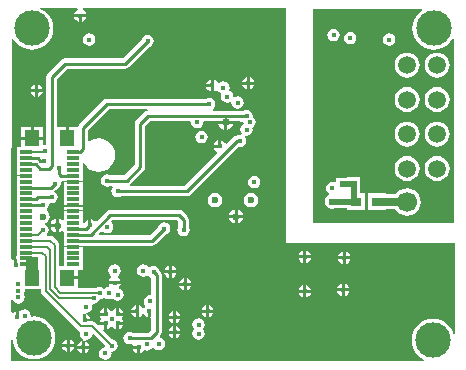
<source format=gbl>
%FSLAX25Y25*%
%MOIN*%
G70*
G01*
G75*
G04 Layer_Physical_Order=4*
G04 Layer_Color=16711680*
%ADD10C,0.01713*%
%ADD11R,0.01969X0.01969*%
%ADD12R,0.01969X0.01969*%
%ADD13O,0.02756X0.01181*%
%ADD14O,0.01181X0.02756*%
%ADD15R,0.04724X0.06693*%
%ADD16R,0.03543X0.03150*%
%ADD17R,0.03150X0.03543*%
%ADD18R,0.03937X0.07874*%
%ADD19R,0.02362X0.01969*%
%ADD20R,0.06693X0.03150*%
%ADD21C,0.00787*%
%ADD22R,0.18504X0.18504*%
%ADD23R,0.04134X0.04134*%
%ADD24R,0.08858X0.04134*%
%ADD25O,0.06693X0.02165*%
%ADD26R,0.06693X0.05906*%
%ADD27O,0.00787X0.01969*%
%ADD28O,0.01969X0.00787*%
%ADD29R,0.01969X0.01378*%
%ADD30C,0.01969*%
%ADD31C,0.01000*%
%ADD32C,0.00787*%
%ADD33C,0.02362*%
%ADD34C,0.01575*%
%ADD35C,0.05906*%
%ADD36C,0.06693*%
%ADD37C,0.01772*%
%ADD38C,0.02598*%
%ADD39C,0.02362*%
%ADD40C,0.11811*%
%ADD41R,0.04724X0.05315*%
%ADD42R,0.03937X0.01378*%
%ADD43C,0.02756*%
%ADD44R,0.04000X0.09500*%
G36*
X9894Y23749D02*
X9894Y23749D01*
X9996Y23236D01*
X10017Y23134D01*
X10365Y22613D01*
X10365Y22613D01*
X10365Y22613D01*
X22113Y10865D01*
X22113Y10865D01*
X22113D01*
X22113Y10865D01*
X22113D01*
X22113Y10865D01*
Y10865D01*
Y10865D01*
D01*
D01*
X22113D01*
Y10865D01*
X22634Y10517D01*
X22730Y10497D01*
X23008Y10082D01*
X22893Y9500D01*
X23053Y8693D01*
X23510Y8010D01*
X24101Y7615D01*
X24000Y7108D01*
X24500Y7008D01*
Y5500D01*
X26008D01*
X25947Y5807D01*
X25490Y6490D01*
X24899Y6885D01*
X25000Y7393D01*
X25806Y7553D01*
X26490Y8010D01*
X26947Y8693D01*
X27024Y9082D01*
X27503Y9227D01*
X31293Y5436D01*
X31293Y5436D01*
X31293Y5436D01*
X31192Y5101D01*
X31148Y4957D01*
X30593Y4847D01*
X29910Y4390D01*
X29453Y3706D01*
X29293Y2900D01*
X29453Y2094D01*
X29910Y1410D01*
X30593Y953D01*
X31375Y798D01*
X31356Y610D01*
X31046Y300D01*
X354D01*
X1Y654D01*
X18Y7458D01*
X518Y7482D01*
X596Y6685D01*
X1001Y5349D01*
X1660Y4118D01*
X2545Y3039D01*
X3624Y2153D01*
X4855Y1495D01*
X6191Y1090D01*
X7580Y953D01*
X8969Y1090D01*
X10305Y1495D01*
X11536Y2153D01*
X12616Y3039D01*
X13501Y4118D01*
X14159Y5349D01*
X14564Y6685D01*
X14701Y8074D01*
X14564Y9463D01*
X14159Y10799D01*
X13501Y12030D01*
X12616Y13109D01*
X11536Y13995D01*
X10305Y14653D01*
X8969Y15058D01*
X7580Y15195D01*
X6941Y15132D01*
X6607Y15500D01*
X6447Y16307D01*
X5990Y16990D01*
X5306Y17447D01*
X4500Y17607D01*
X3694Y17447D01*
X3010Y16990D01*
X2927Y16866D01*
X2806Y16947D01*
X2500Y17008D01*
Y16041D01*
X2392Y15500D01*
X2492Y14999D01*
X1500D01*
Y17008D01*
X1194Y16947D01*
X510Y16490D01*
X42Y16803D01*
X52Y20533D01*
X530Y20678D01*
X910Y20110D01*
X1594Y19653D01*
X2400Y19493D01*
X3207Y19653D01*
X3890Y20110D01*
X4347Y20794D01*
X4507Y21600D01*
X4347Y22407D01*
X4184Y22650D01*
X4347Y22894D01*
X4507Y23700D01*
X4482Y23829D01*
X4799Y24216D01*
X9894D01*
Y23749D01*
D02*
G37*
G36*
X77393Y80000D02*
X77518Y79369D01*
X76986Y79014D01*
X76529Y78330D01*
X76369Y77524D01*
X76529Y76717D01*
X76854Y76231D01*
X76576Y75815D01*
X76221Y75886D01*
X75415Y75726D01*
X74976Y75433D01*
X74894Y75416D01*
X74623Y75362D01*
X74067Y74991D01*
X71900Y72824D01*
X71403Y72873D01*
X70990Y73490D01*
X70306Y73947D01*
X70000Y74008D01*
Y71999D01*
X69501D01*
Y71500D01*
X67492D01*
X67553Y71193D01*
X68010Y70510D01*
X68627Y70098D01*
X68676Y69600D01*
X57790Y58714D01*
X39714D01*
X39569Y59193D01*
X39712Y59288D01*
X39712Y59288D01*
X39712Y59288D01*
X44212Y63788D01*
X44584Y64344D01*
X44714Y65000D01*
Y78790D01*
X46303Y80379D01*
X59582D01*
X59893Y80000D01*
X60053Y79194D01*
X60510Y78510D01*
X61194Y78053D01*
X62000Y77893D01*
X62806Y78053D01*
X63490Y78510D01*
X63947Y79194D01*
X64107Y80000D01*
X64418Y80379D01*
X68672D01*
X68989Y79993D01*
X69066Y80379D01*
X73934D01*
X74011Y79993D01*
X74328Y80379D01*
X75488D01*
X77393Y80000D01*
D02*
G37*
G36*
X137024Y117215D02*
X136892Y117144D01*
X135813Y116259D01*
X134927Y115180D01*
X134269Y113949D01*
X133864Y112613D01*
X133727Y111224D01*
X133864Y109834D01*
X134269Y108499D01*
X134927Y107267D01*
X135813Y106188D01*
X136892Y105303D01*
X138123Y104645D01*
X139459Y104240D01*
X140848Y104103D01*
X142237Y104240D01*
X143573Y104645D01*
X144804Y105303D01*
X145883Y106188D01*
X146769Y107267D01*
X147015Y107728D01*
X147500Y107606D01*
Y46200D01*
X100800D01*
Y117605D01*
Y117700D01*
X136902D01*
X137024Y117215D01*
D02*
G37*
G36*
X91500Y39600D02*
X147900D01*
Y9507D01*
X147405Y9433D01*
X147230Y10012D01*
X146572Y11243D01*
X145686Y12322D01*
X144607Y13207D01*
X143376Y13866D01*
X142040Y14271D01*
X140651Y14408D01*
X139262Y14271D01*
X137926Y13866D01*
X136695Y13207D01*
X135616Y12322D01*
X134730Y11243D01*
X134072Y10012D01*
X133667Y8676D01*
X133530Y7287D01*
X133667Y5897D01*
X134072Y4562D01*
X134730Y3330D01*
X135616Y2251D01*
X136695Y1366D01*
X137782Y785D01*
X137660Y300D01*
X31474D01*
X31425Y798D01*
X32206Y953D01*
X32890Y1410D01*
X33347Y2094D01*
X33507Y2900D01*
X33424Y3317D01*
X33500Y3393D01*
X34306Y3553D01*
X34990Y4010D01*
X35447Y4693D01*
X35607Y5500D01*
X35447Y6306D01*
X34990Y6990D01*
X34306Y7447D01*
X33704Y7567D01*
X30709Y10562D01*
X30944Y11003D01*
X31000Y10992D01*
Y12500D01*
X29492D01*
X29503Y12444D01*
X29062Y12209D01*
X28135Y13135D01*
X27615Y13483D01*
X27512Y13504D01*
X27000Y13606D01*
X27000Y13606D01*
X26923D01*
X26606Y13992D01*
X26529Y13606D01*
X24499D01*
Y13999D01*
X24000D01*
Y16008D01*
X24500Y16108D01*
X24926Y16023D01*
X25000Y16393D01*
X25806Y16553D01*
X26490Y17010D01*
X26947Y17694D01*
X27107Y18500D01*
X26994Y19069D01*
X27348Y19423D01*
X27500Y19393D01*
X28306Y19553D01*
X28990Y20010D01*
X29447Y20694D01*
X29485Y20882D01*
X29500Y20893D01*
X29500Y20893D01*
Y20893D01*
X30307Y21053D01*
X30990Y21510D01*
X31010D01*
X31694Y21053D01*
X32500Y20893D01*
X33307Y21053D01*
X33773Y21365D01*
X34010Y21010D01*
X34694Y20553D01*
X35500Y20393D01*
X36307Y20553D01*
X36990Y21010D01*
X37447Y21693D01*
X37607Y22500D01*
X37447Y23306D01*
X36990Y23990D01*
X36307Y24447D01*
X35500Y24607D01*
X35990Y25010D01*
X35990Y25010D01*
X36447Y25694D01*
X36508Y26000D01*
X32492D01*
X32553Y25694D01*
X32602Y25620D01*
X32541Y25316D01*
X32451Y25098D01*
X31694Y24947D01*
X31010Y24490D01*
X30990D01*
X30307Y24947D01*
X29500Y25107D01*
X28694Y24947D01*
X28442Y24779D01*
X22344D01*
Y27554D01*
X18800D01*
Y28554D01*
X22344D01*
Y30712D01*
X23821D01*
Y32680D01*
Y34649D01*
Y36617D01*
Y38389D01*
X17521D01*
Y36617D01*
Y34649D01*
Y32680D01*
Y31893D01*
X16106D01*
Y39000D01*
X16106Y39000D01*
X16004Y39513D01*
X15983Y39614D01*
X15635Y40135D01*
X15635Y40135D01*
X14179Y41591D01*
X13658Y41939D01*
X13557Y41960D01*
X13044Y42062D01*
X13044Y42062D01*
X12126D01*
X11990Y42510D01*
X12447Y43194D01*
X12607Y44000D01*
X12447Y44807D01*
X11990Y45490D01*
X11306Y45947D01*
Y46252D01*
X11422Y46275D01*
X12203Y46797D01*
X12725Y47578D01*
X12909Y48500D01*
X12725Y49422D01*
X12203Y50203D01*
X11867Y50428D01*
Y50928D01*
X11990Y51010D01*
X12447Y51693D01*
X12607Y52500D01*
X12577Y52652D01*
X12931Y53006D01*
X13500Y52893D01*
X14307Y53053D01*
X14990Y53510D01*
X15447Y54194D01*
X15607Y55000D01*
X15447Y55806D01*
X14990Y56490D01*
X14384Y56895D01*
Y56960D01*
X14895Y57471D01*
X15306Y57553D01*
X15990Y58010D01*
X16447Y58693D01*
X16607Y59500D01*
X16560Y59739D01*
X16648Y60182D01*
X16823Y60395D01*
X17521D01*
Y60239D01*
Y60239D01*
X23821D01*
Y60239D01*
Y62208D01*
Y64176D01*
Y66145D01*
Y66286D01*
X24311Y66384D01*
X24385Y66204D01*
X25269Y65052D01*
X26420Y64169D01*
X27761Y63613D01*
X29200Y63424D01*
X30639Y63613D01*
X31980Y64169D01*
X33131Y65052D01*
X34015Y66204D01*
X34570Y67545D01*
X34759Y68984D01*
X34570Y70422D01*
X34015Y71763D01*
X33131Y72914D01*
X31980Y73798D01*
X30639Y74353D01*
X29200Y74543D01*
X27761Y74353D01*
X26420Y73798D01*
X26138Y73581D01*
X25690Y73803D01*
Y77266D01*
X32710Y84286D01*
X45450D01*
X45500Y83788D01*
X45046Y83698D01*
X44937Y83676D01*
X44381Y83305D01*
X41788Y80712D01*
X41416Y80156D01*
X41286Y79500D01*
Y65710D01*
X37790Y62214D01*
X33155D01*
X32807Y62447D01*
X32000Y62607D01*
X31194Y62447D01*
X30510Y61990D01*
X30053Y61307D01*
X29893Y60500D01*
X30053Y59693D01*
X30510Y59010D01*
X31194Y58553D01*
X32000Y58393D01*
X32807Y58553D01*
X33155Y58786D01*
X33677D01*
X33913Y58345D01*
X33553Y57806D01*
X33393Y57000D01*
X33553Y56194D01*
X34010Y55510D01*
X34694Y55053D01*
X35500Y54893D01*
X36307Y55053D01*
X36655Y55286D01*
X58500D01*
X59156Y55416D01*
X59712Y55788D01*
X75699Y71775D01*
X76221Y71671D01*
X77028Y71832D01*
X77711Y72289D01*
X78168Y72972D01*
X78329Y73779D01*
X78168Y74585D01*
X77844Y75071D01*
X78121Y75487D01*
X78476Y75416D01*
X79283Y75577D01*
X79966Y76034D01*
X80423Y76717D01*
X80584Y77524D01*
X80458Y78154D01*
X80990Y78510D01*
X81447Y79194D01*
X81607Y80000D01*
X81447Y80806D01*
X80990Y81490D01*
X80580Y81765D01*
X80623Y81984D01*
X80463Y82791D01*
X80006Y83474D01*
X79322Y83931D01*
X78516Y84092D01*
X77709Y83931D01*
X77523Y83807D01*
X67299D01*
X67154Y84285D01*
X67490Y84510D01*
X67947Y85194D01*
X68107Y86000D01*
X67947Y86806D01*
X67490Y87490D01*
X66807Y87947D01*
X66000Y88107D01*
X65193Y87947D01*
X64845Y87714D01*
X32000D01*
X31344Y87584D01*
X30788Y87212D01*
X22764Y79188D01*
X22392Y78632D01*
X22355Y78447D01*
X22344Y78448D01*
X22344Y78448D01*
X22344Y78448D01*
X19301D01*
Y74608D01*
X18301D01*
Y78448D01*
X15258D01*
D01*
X15258D01*
X15214Y78491D01*
Y94290D01*
X18710Y97786D01*
X38000D01*
X38656Y97916D01*
X39212Y98288D01*
X45895Y104971D01*
X46306Y105053D01*
X46990Y105510D01*
X47447Y106193D01*
X47607Y107000D01*
X47447Y107807D01*
X46990Y108490D01*
X46306Y108947D01*
X45500Y109107D01*
X44693Y108947D01*
X44010Y108490D01*
X43553Y107807D01*
X43471Y107395D01*
X37290Y101214D01*
X18000D01*
X17344Y101084D01*
X16788Y100712D01*
X12288Y96212D01*
X11916Y95656D01*
X11786Y95000D01*
Y72585D01*
X11400Y72268D01*
X11200Y72307D01*
X10920Y72252D01*
X10533Y72569D01*
Y74109D01*
X3447D01*
Y71854D01*
X1970D01*
Y68113D01*
Y66145D01*
Y64176D01*
Y62208D01*
Y62208D01*
X5121D01*
Y62011D01*
X1970D01*
Y60239D01*
Y58271D01*
Y56302D01*
Y54334D01*
Y52365D01*
Y50397D01*
Y50397D01*
X5121D01*
Y50200D01*
X1970D01*
Y48428D01*
Y46460D01*
Y44491D01*
Y44491D01*
X5121D01*
Y44295D01*
X1970D01*
Y42523D01*
Y40554D01*
Y38586D01*
Y36617D01*
Y36421D01*
Y36268D01*
X1600Y34408D01*
X1970Y34334D01*
Y32680D01*
Y32299D01*
X1100D01*
Y34308D01*
X793Y34247D01*
X527Y34069D01*
X87Y34305D01*
X274Y107542D01*
X759Y107663D01*
X970Y107267D01*
X1856Y106188D01*
X2935Y105303D01*
X4166Y104645D01*
X5502Y104240D01*
X6891Y104103D01*
X8280Y104240D01*
X9616Y104645D01*
X10847Y105303D01*
X11926Y106188D01*
X12812Y107267D01*
X13470Y108499D01*
X13875Y109834D01*
X14012Y111224D01*
X13875Y112613D01*
X13470Y113949D01*
X12812Y115180D01*
X11926Y116259D01*
X10847Y117144D01*
X9616Y117803D01*
X9630Y117900D01*
X22010D01*
X22155Y117421D01*
X21510Y116990D01*
X21053Y116306D01*
X20992Y116000D01*
X25008D01*
X24947Y116306D01*
X24490Y116990D01*
X23845Y117421D01*
X23990Y117900D01*
X91500D01*
Y39600D01*
D02*
G37*
%LPC*%
G36*
X44000Y32607D02*
X43194Y32447D01*
X42510Y31990D01*
X42053Y31306D01*
X41893Y30500D01*
X42053Y29693D01*
X42510Y29010D01*
X43194Y28553D01*
X44000Y28393D01*
X44807Y28553D01*
X45325Y28899D01*
X45815Y28802D01*
X46010Y28510D01*
X46694Y28053D01*
X46786Y28035D01*
Y22705D01*
X46400Y22388D01*
X46300Y22407D01*
X45494Y22247D01*
X44810Y21790D01*
X44353Y21106D01*
X44193Y20300D01*
X44353Y19493D01*
X44668Y19021D01*
X44571Y18531D01*
X44510Y18490D01*
X44250Y18101D01*
X43750D01*
X43490Y18490D01*
X42807Y18947D01*
X42500Y19008D01*
Y16999D01*
Y14992D01*
X42807Y15053D01*
X43490Y15510D01*
X43750Y15899D01*
X44250D01*
X44510Y15510D01*
X45193Y15053D01*
X45500Y14992D01*
Y17001D01*
X46500D01*
Y14992D01*
X46400Y14972D01*
X46786Y14655D01*
Y10710D01*
X45790Y9714D01*
X40655D01*
X40306Y9947D01*
X39500Y10107D01*
X38693Y9947D01*
X38010Y9490D01*
X37553Y8806D01*
X37393Y8000D01*
X37553Y7193D01*
X38010Y6510D01*
X38693Y6053D01*
X39500Y5893D01*
X40173Y6026D01*
X40526Y5673D01*
X40492Y5500D01*
X42501D01*
Y5001D01*
X43000D01*
Y2992D01*
X43306Y3053D01*
X43990Y3510D01*
X44254Y3906D01*
X44493Y3953D01*
Y3953D01*
X44493Y3953D01*
X45300Y3793D01*
X46106Y3953D01*
X46790Y4410D01*
X47067Y4824D01*
X47567D01*
X47710Y4610D01*
X48393Y4153D01*
X49200Y3993D01*
X50007Y4153D01*
X50690Y4610D01*
X51147Y5294D01*
X51307Y6100D01*
X51147Y6906D01*
X50690Y7590D01*
X50007Y8047D01*
X49200Y8207D01*
X49176Y8252D01*
X49712Y8788D01*
X50084Y9344D01*
X50214Y10000D01*
Y29000D01*
X50105Y29547D01*
X50084Y29656D01*
X49712Y30212D01*
X49529Y30395D01*
X49447Y30806D01*
X48990Y31490D01*
X48307Y31947D01*
X47500Y32107D01*
X46694Y31947D01*
X46176Y31601D01*
X45685Y31698D01*
X45490Y31990D01*
X44807Y32447D01*
X44000Y32607D01*
D02*
G37*
G36*
X97400Y25644D02*
X97093Y25583D01*
X96410Y25126D01*
X95953Y24443D01*
X95892Y24136D01*
X97400D01*
Y25644D01*
D02*
G37*
G36*
X60008Y25500D02*
X58500D01*
Y23992D01*
X58807Y24053D01*
X59490Y24510D01*
X59947Y25194D01*
X60008Y25500D01*
D02*
G37*
G36*
X57500D02*
X55992D01*
X56053Y25194D01*
X56510Y24510D01*
X57193Y24053D01*
X57500Y23992D01*
Y25500D01*
D02*
G37*
G36*
X112708Y23536D02*
X111200D01*
Y22028D01*
X111506Y22089D01*
X112190Y22546D01*
X112647Y23230D01*
X112708Y23536D01*
D02*
G37*
G36*
X66000Y19008D02*
Y17500D01*
X67508D01*
X67447Y17807D01*
X66990Y18490D01*
X66307Y18947D01*
X66000Y19008D01*
D02*
G37*
G36*
X65000D02*
X64693Y18947D01*
X64010Y18490D01*
X63553Y17807D01*
X63492Y17500D01*
X65000D01*
Y19008D01*
D02*
G37*
G36*
X97400Y23136D02*
X95892D01*
X95953Y22830D01*
X96410Y22146D01*
X97093Y21689D01*
X97400Y21628D01*
Y23136D01*
D02*
G37*
G36*
X110200Y23536D02*
X108692D01*
X108753Y23230D01*
X109210Y22546D01*
X109894Y22089D01*
X110200Y22028D01*
Y23536D01*
D02*
G37*
G36*
X99908Y23136D02*
X98400D01*
Y21628D01*
X98707Y21689D01*
X99390Y22146D01*
X99847Y22830D01*
X99908Y23136D01*
D02*
G37*
G36*
X98400Y25644D02*
Y24136D01*
X99908D01*
X99847Y24443D01*
X99390Y25126D01*
X98707Y25583D01*
X98400Y25644D01*
D02*
G37*
G36*
X53600Y32144D02*
Y30636D01*
X55108D01*
X55047Y30943D01*
X54590Y31626D01*
X53907Y32083D01*
X53600Y32144D01*
D02*
G37*
G36*
X52600D02*
X52293Y32083D01*
X51610Y31626D01*
X51153Y30943D01*
X51092Y30636D01*
X52600D01*
Y32144D01*
D02*
G37*
G36*
X34500Y32607D02*
X33694Y32447D01*
X33010Y31990D01*
X32553Y31306D01*
X32393Y30500D01*
X32553Y29693D01*
X33010Y29010D01*
X33399Y28750D01*
Y28250D01*
X33010Y27990D01*
X32553Y27307D01*
X32492Y27000D01*
X36508D01*
X36447Y27307D01*
X35990Y27990D01*
X35307Y28447D01*
X35990Y29010D01*
Y29010D01*
Y29010D01*
X35990Y29010D01*
X35990Y29010D01*
X35990Y29010D01*
X35990Y29010D01*
D01*
X36447Y29693D01*
X36607Y30500D01*
X36447Y31306D01*
X35990Y31990D01*
X35307Y32447D01*
X34500Y32607D01*
D02*
G37*
G36*
X97400Y34536D02*
X95892D01*
X95953Y34230D01*
X96410Y33546D01*
X97093Y33089D01*
X97400Y33028D01*
Y34536D01*
D02*
G37*
G36*
X113008Y34236D02*
X111500D01*
Y32728D01*
X111806Y32789D01*
X112490Y33246D01*
X112947Y33930D01*
X113008Y34236D01*
D02*
G37*
G36*
X110500D02*
X108992D01*
X109053Y33930D01*
X109510Y33246D01*
X110194Y32789D01*
X110500Y32728D01*
Y34236D01*
D02*
G37*
G36*
X57500Y28008D02*
X57193Y27947D01*
X56510Y27490D01*
X56053Y26807D01*
X55992Y26500D01*
X57500D01*
Y28008D01*
D02*
G37*
G36*
X111200Y26044D02*
Y24536D01*
X112708D01*
X112647Y24843D01*
X112190Y25526D01*
X111506Y25983D01*
X111200Y26044D01*
D02*
G37*
G36*
X110200D02*
X109894Y25983D01*
X109210Y25526D01*
X108753Y24843D01*
X108692Y24536D01*
X110200D01*
Y26044D01*
D02*
G37*
G36*
X55108Y29636D02*
X53600D01*
Y28128D01*
X53907Y28189D01*
X54590Y28646D01*
X55047Y29330D01*
X55108Y29636D01*
D02*
G37*
G36*
X52600D02*
X51092D01*
X51153Y29330D01*
X51610Y28646D01*
X52293Y28189D01*
X52600Y28128D01*
Y29636D01*
D02*
G37*
G36*
X58500Y28008D02*
Y26500D01*
X60008D01*
X59947Y26807D01*
X59490Y27490D01*
X58807Y27947D01*
X58500Y28008D01*
D02*
G37*
G36*
X41500Y19008D02*
X41194Y18947D01*
X40510Y18490D01*
X40053Y17807D01*
X39992Y17500D01*
X41500D01*
Y19008D01*
D02*
G37*
G36*
X62500Y14607D02*
X61694Y14447D01*
X61010Y13990D01*
X60553Y13307D01*
X60393Y12500D01*
X60553Y11693D01*
X61010Y11010D01*
Y10990D01*
X60553Y10306D01*
X60393Y9500D01*
X60553Y8693D01*
X61010Y8010D01*
X61694Y7553D01*
X62500Y7393D01*
X63306Y7553D01*
X63990Y8010D01*
X64447Y8693D01*
X64607Y9500D01*
X64447Y10306D01*
X63990Y10990D01*
Y11010D01*
X64447Y11693D01*
X64607Y12500D01*
X64447Y13307D01*
X63990Y13990D01*
X63306Y14447D01*
X62500Y14607D01*
D02*
G37*
G36*
X19500Y7508D02*
Y6000D01*
X21008D01*
X20947Y6306D01*
X20490Y6990D01*
X19806Y7447D01*
X19500Y7508D01*
D02*
G37*
G36*
X18500D02*
X18193Y7447D01*
X17510Y6990D01*
X17053Y6306D01*
X16992Y6000D01*
X18500D01*
Y7508D01*
D02*
G37*
G36*
X54000Y12008D02*
X53693Y11947D01*
X53010Y11490D01*
X52553Y10807D01*
X52492Y10500D01*
X54000D01*
Y12008D01*
D02*
G37*
G36*
X56508Y9500D02*
X55000D01*
Y7992D01*
X55307Y8053D01*
X55990Y8510D01*
X56447Y9194D01*
X56508Y9500D01*
D02*
G37*
G36*
X54000D02*
X52492D01*
X52553Y9194D01*
X53010Y8510D01*
X53693Y8053D01*
X54000Y7992D01*
Y9500D01*
D02*
G37*
G36*
X42000Y4500D02*
X40492D01*
X40553Y4194D01*
X41010Y3510D01*
X41693Y3053D01*
X42000Y2992D01*
Y4500D01*
D02*
G37*
G36*
X26008D02*
X24500D01*
Y2992D01*
X24806Y3053D01*
X25490Y3510D01*
X25947Y4194D01*
X26008Y4500D01*
D02*
G37*
G36*
X23500D02*
X21992D01*
X22053Y4194D01*
X22510Y3510D01*
X23193Y3053D01*
X23500Y2992D01*
Y4500D01*
D02*
G37*
G36*
Y7008D02*
X23193Y6947D01*
X22510Y6490D01*
X22053Y5807D01*
X21992Y5500D01*
X23500D01*
Y7008D01*
D02*
G37*
G36*
X21008Y5000D02*
X19500D01*
Y3492D01*
X19806Y3553D01*
X20490Y4010D01*
X20947Y4693D01*
X21008Y5000D01*
D02*
G37*
G36*
X18500D02*
X16992D01*
X17053Y4693D01*
X17510Y4010D01*
X18193Y3553D01*
X18500Y3492D01*
Y5000D01*
D02*
G37*
G36*
X55000Y12008D02*
Y10500D01*
X56508D01*
X56447Y10807D01*
X55990Y11490D01*
X55307Y11947D01*
X55000Y12008D01*
D02*
G37*
G36*
Y17008D02*
Y15500D01*
X56508D01*
X56447Y15807D01*
X55990Y16490D01*
X55307Y16947D01*
X55000Y17008D01*
D02*
G37*
G36*
X54000D02*
X53693Y16947D01*
X53010Y16490D01*
X52553Y15807D01*
X52492Y15500D01*
X54000D01*
Y17008D01*
D02*
G37*
G36*
X67508Y16500D02*
X66000D01*
Y14992D01*
X66307Y15053D01*
X66990Y15510D01*
X67447Y16194D01*
X67508Y16500D01*
D02*
G37*
G36*
X35000Y18008D02*
X34694Y17947D01*
X34010Y17490D01*
X33750Y17101D01*
X33250D01*
X32990Y17490D01*
X32307Y17947D01*
X32000Y18008D01*
Y15999D01*
X31501D01*
Y15500D01*
X29492D01*
X29553Y15193D01*
X30010Y14510D01*
Y14490D01*
X29553Y13806D01*
X29492Y13500D01*
X31501D01*
Y13001D01*
X32000D01*
Y10992D01*
X32307Y11053D01*
X32990Y11510D01*
X33250Y11899D01*
X33750D01*
X34010Y11510D01*
X34694Y11053D01*
X35000Y10992D01*
Y13001D01*
X35499D01*
Y13500D01*
X37508D01*
X37447Y13806D01*
X36990Y14490D01*
Y14510D01*
X37447Y15193D01*
X37508Y15500D01*
X35499D01*
Y15999D01*
X35000D01*
Y18008D01*
D02*
G37*
G36*
X36000D02*
Y16500D01*
X37508D01*
X37447Y16806D01*
X36990Y17490D01*
X36307Y17947D01*
X36000Y18008D01*
D02*
G37*
G36*
X31000D02*
X30694Y17947D01*
X30010Y17490D01*
X29553Y16806D01*
X29492Y16500D01*
X31000D01*
Y18008D01*
D02*
G37*
G36*
X56508Y14500D02*
X55000D01*
Y12992D01*
X55307Y13053D01*
X55990Y13510D01*
X56447Y14194D01*
X56508Y14500D01*
D02*
G37*
G36*
X54000D02*
X52492D01*
X52553Y14194D01*
X53010Y13510D01*
X53693Y13053D01*
X54000Y12992D01*
Y14500D01*
D02*
G37*
G36*
X37508Y12500D02*
X36000D01*
Y10992D01*
X36307Y11053D01*
X36990Y11510D01*
X37447Y12194D01*
X37508Y12500D01*
D02*
G37*
G36*
X65000Y16500D02*
X63492D01*
X63553Y16194D01*
X64010Y15510D01*
X64693Y15053D01*
X65000Y14992D01*
Y16500D01*
D02*
G37*
G36*
X41500D02*
X39992D01*
X40053Y16194D01*
X40510Y15510D01*
X41194Y15053D01*
X41500Y14992D01*
Y16500D01*
D02*
G37*
G36*
X25000Y16008D02*
Y14500D01*
X26508D01*
X26447Y14807D01*
X25990Y15490D01*
X25306Y15947D01*
X25000Y16008D01*
D02*
G37*
G36*
X10508Y90000D02*
X9000D01*
Y88492D01*
X9307Y88553D01*
X9990Y89010D01*
X10447Y89693D01*
X10508Y90000D01*
D02*
G37*
G36*
X8000D02*
X6492D01*
X6553Y89693D01*
X7010Y89010D01*
X7694Y88553D01*
X8000Y88492D01*
Y90000D01*
D02*
G37*
G36*
X67520Y94208D02*
Y92199D01*
Y90192D01*
X67827Y90253D01*
X68511Y90710D01*
X68532Y90742D01*
X68774Y90693D01*
X69230Y90010D01*
X69914Y89553D01*
X69954Y89545D01*
X70053Y89306D01*
X69893Y88500D01*
X70053Y87694D01*
X70510Y87010D01*
X71193Y86553D01*
X72000Y86393D01*
X72807Y86553D01*
X72880Y86602D01*
X73184Y86541D01*
X73402Y86451D01*
X73553Y85694D01*
X74010Y85010D01*
X74694Y84553D01*
X75500Y84393D01*
X76306Y84553D01*
X76990Y85010D01*
X77447Y85694D01*
X77607Y86500D01*
X77447Y87306D01*
X76990Y87990D01*
X76306Y88447D01*
X75500Y88607D01*
X74694Y88447D01*
X74620Y88398D01*
X74316Y88459D01*
X74098Y88549D01*
X73947Y89306D01*
X73490Y89990D01*
X72807Y90447D01*
X72766Y90455D01*
X72667Y90693D01*
X72828Y91500D01*
X72667Y92307D01*
X72211Y92990D01*
X71527Y93447D01*
X70720Y93607D01*
X69914Y93447D01*
X69230Y92990D01*
X69209Y92958D01*
X68967Y93006D01*
X68511Y93690D01*
X67827Y94147D01*
X67520Y94208D01*
D02*
G37*
G36*
X81008Y92500D02*
X79500D01*
Y90992D01*
X79807Y91053D01*
X80490Y91510D01*
X80947Y92194D01*
X81008Y92500D01*
D02*
G37*
G36*
X78500D02*
X76992D01*
X77053Y92194D01*
X77510Y91510D01*
X78193Y91053D01*
X78500Y90992D01*
Y92500D01*
D02*
G37*
G36*
X66521Y91700D02*
X65013D01*
X65074Y91394D01*
X65530Y90710D01*
X66214Y90253D01*
X66521Y90192D01*
Y91700D01*
D02*
G37*
G36*
X71000Y79400D02*
X69071D01*
X69164Y78932D01*
X69712Y78112D01*
X70532Y77564D01*
X71000Y77471D01*
Y79400D01*
D02*
G37*
G36*
X10533Y78448D02*
X7490D01*
Y75109D01*
X10533D01*
Y78448D01*
D02*
G37*
G36*
X6490D02*
X3447D01*
Y75109D01*
X6490D01*
Y78448D01*
D02*
G37*
G36*
X142000Y91669D02*
X140921Y91527D01*
X139915Y91111D01*
X139052Y90448D01*
X138389Y89585D01*
X137973Y88579D01*
X137830Y87500D01*
X137973Y86421D01*
X138389Y85415D01*
X139052Y84552D01*
X139915Y83889D01*
X140921Y83473D01*
X142000Y83331D01*
X143079Y83473D01*
X144085Y83889D01*
X144948Y84552D01*
X145611Y85415D01*
X146027Y86421D01*
X146169Y87500D01*
X146027Y88579D01*
X145611Y89585D01*
X144948Y90448D01*
X144085Y91111D01*
X143079Y91527D01*
X142000Y91669D01*
D02*
G37*
G36*
X132000D02*
X130921Y91527D01*
X129915Y91111D01*
X129052Y90448D01*
X128389Y89585D01*
X127973Y88579D01*
X127831Y87500D01*
X127973Y86421D01*
X128389Y85415D01*
X129052Y84552D01*
X129915Y83889D01*
X130921Y83473D01*
X132000Y83331D01*
X133079Y83473D01*
X134085Y83889D01*
X134948Y84552D01*
X135611Y85415D01*
X136027Y86421D01*
X136170Y87500D01*
X136027Y88579D01*
X135611Y89585D01*
X134948Y90448D01*
X134085Y91111D01*
X133079Y91527D01*
X132000Y91669D01*
D02*
G37*
G36*
X73929Y79400D02*
X72000D01*
Y77471D01*
X72468Y77564D01*
X73288Y78112D01*
X73836Y78932D01*
X73929Y79400D01*
D02*
G37*
G36*
X8000Y92508D02*
X7694Y92447D01*
X7010Y91990D01*
X6553Y91307D01*
X6492Y91000D01*
X8000D01*
Y92508D01*
D02*
G37*
G36*
X113000Y110107D02*
X112194Y109947D01*
X111510Y109490D01*
X111053Y108807D01*
X110893Y108000D01*
X111053Y107194D01*
X111510Y106510D01*
X112194Y106053D01*
X113000Y105893D01*
X113806Y106053D01*
X114490Y106510D01*
X114947Y107194D01*
X115107Y108000D01*
X114947Y108807D01*
X114490Y109490D01*
X113806Y109947D01*
X113000Y110107D01*
D02*
G37*
G36*
X126000Y109607D02*
X125194Y109447D01*
X124510Y108990D01*
X124053Y108307D01*
X123893Y107500D01*
X124053Y106693D01*
X124510Y106010D01*
X125194Y105553D01*
X126000Y105393D01*
X126806Y105553D01*
X127490Y106010D01*
X127947Y106693D01*
X128107Y107500D01*
X127947Y108307D01*
X127490Y108990D01*
X126806Y109447D01*
X126000Y109607D01*
D02*
G37*
G36*
X26000D02*
X25194Y109447D01*
X24510Y108990D01*
X24053Y108307D01*
X23893Y107500D01*
X24053Y106693D01*
X24510Y106010D01*
X25194Y105553D01*
X26000Y105393D01*
X26807Y105553D01*
X27490Y106010D01*
X27947Y106693D01*
X28107Y107500D01*
X27947Y108307D01*
X27490Y108990D01*
X26807Y109447D01*
X26000Y109607D01*
D02*
G37*
G36*
X25008Y115000D02*
X23500D01*
Y113492D01*
X23807Y113553D01*
X24490Y114010D01*
X24947Y114693D01*
X25008Y115000D01*
D02*
G37*
G36*
X22500D02*
X20992D01*
X21053Y114693D01*
X21510Y114010D01*
X22194Y113553D01*
X22500Y113492D01*
Y115000D01*
D02*
G37*
G36*
X107500Y111107D02*
X106693Y110947D01*
X106010Y110490D01*
X105553Y109807D01*
X105393Y109000D01*
X105553Y108194D01*
X106010Y107510D01*
X106693Y107053D01*
X107500Y106893D01*
X108307Y107053D01*
X108990Y107510D01*
X109447Y108194D01*
X109607Y109000D01*
X109447Y109807D01*
X108990Y110490D01*
X108307Y110947D01*
X107500Y111107D01*
D02*
G37*
G36*
X78500Y95008D02*
X78193Y94947D01*
X77510Y94490D01*
X77053Y93806D01*
X76992Y93500D01*
X78500D01*
Y95008D01*
D02*
G37*
G36*
X66521Y94208D02*
X66214Y94147D01*
X65530Y93690D01*
X65074Y93006D01*
X65013Y92700D01*
X66521D01*
Y94208D01*
D02*
G37*
G36*
X9000Y92508D02*
Y91000D01*
X10508D01*
X10447Y91307D01*
X9990Y91990D01*
X9307Y92447D01*
X9000Y92508D01*
D02*
G37*
G36*
X142000Y103170D02*
X140921Y103027D01*
X139915Y102611D01*
X139052Y101948D01*
X138389Y101085D01*
X137973Y100079D01*
X137830Y99000D01*
X137973Y97921D01*
X138389Y96915D01*
X139052Y96052D01*
X139915Y95389D01*
X140921Y94973D01*
X142000Y94831D01*
X143079Y94973D01*
X144085Y95389D01*
X144948Y96052D01*
X145611Y96915D01*
X146027Y97921D01*
X146169Y99000D01*
X146027Y100079D01*
X145611Y101085D01*
X144948Y101948D01*
X144085Y102611D01*
X143079Y103027D01*
X142000Y103170D01*
D02*
G37*
G36*
X132000D02*
X130921Y103027D01*
X129915Y102611D01*
X129052Y101948D01*
X128389Y101085D01*
X127973Y100079D01*
X127831Y99000D01*
X127973Y97921D01*
X128389Y96915D01*
X129052Y96052D01*
X129915Y95389D01*
X130921Y94973D01*
X132000Y94831D01*
X133079Y94973D01*
X134085Y95389D01*
X134948Y96052D01*
X135611Y96915D01*
X136027Y97921D01*
X136170Y99000D01*
X136027Y100079D01*
X135611Y101085D01*
X134948Y101948D01*
X134085Y102611D01*
X133079Y103027D01*
X132000Y103170D01*
D02*
G37*
G36*
X79500Y95008D02*
Y93500D01*
X81008D01*
X80947Y93806D01*
X80490Y94490D01*
X79807Y94947D01*
X79500Y95008D01*
D02*
G37*
G36*
X77309Y48000D02*
X75500D01*
Y46191D01*
X75922Y46275D01*
X76703Y46797D01*
X77225Y47578D01*
X77309Y48000D01*
D02*
G37*
G36*
X74500D02*
X72691D01*
X72775Y47578D01*
X73297Y46797D01*
X74078Y46275D01*
X74500Y46191D01*
Y48000D01*
D02*
G37*
G36*
X15000Y47809D02*
X14578Y47725D01*
X13797Y47203D01*
X13275Y46422D01*
X13191Y46000D01*
X15000D01*
Y47809D01*
D02*
G37*
G36*
X75500Y50809D02*
Y49000D01*
X77309D01*
X77225Y49422D01*
X76703Y50203D01*
X75922Y50725D01*
X75500Y50809D01*
D02*
G37*
G36*
X74500D02*
X74078Y50725D01*
X73297Y50203D01*
X72775Y49422D01*
X72691Y49000D01*
X74500D01*
Y50809D01*
D02*
G37*
G36*
X56000Y50714D02*
X33100D01*
X32444Y50584D01*
X31888Y50212D01*
X28500Y46824D01*
X28002Y46873D01*
X27790Y47190D01*
X27106Y47647D01*
X26800Y47708D01*
Y45699D01*
X25800D01*
Y47708D01*
X25493Y47647D01*
X24810Y47190D01*
X24353Y46507D01*
X24318Y46331D01*
X23821Y46380D01*
Y46460D01*
Y48428D01*
Y50200D01*
X17521D01*
Y48428D01*
Y47521D01*
X17080Y47285D01*
X16422Y47725D01*
X16000Y47809D01*
Y45499D01*
Y43191D01*
X16422Y43275D01*
X17080Y43715D01*
X17521Y43479D01*
Y42523D01*
Y40554D01*
Y38586D01*
Y38586D01*
X23821D01*
Y38586D01*
Y38742D01*
X25456D01*
X25678Y38786D01*
X47000D01*
X47656Y38916D01*
X48212Y39288D01*
X48212Y39288D01*
X48212Y39288D01*
X51395Y42471D01*
X51806Y42553D01*
X52490Y43010D01*
X52947Y43694D01*
X53107Y44500D01*
X52947Y45307D01*
X52490Y45990D01*
X51806Y46447D01*
X51000Y46607D01*
X50194Y46447D01*
X49510Y45990D01*
X49053Y45307D01*
X48971Y44895D01*
X46290Y42214D01*
X29391D01*
X29200Y42676D01*
X30077Y43553D01*
X30510Y43510D01*
X31194Y43053D01*
X32000Y42893D01*
X32807Y43053D01*
X33490Y43510D01*
X33947Y44194D01*
X34107Y45000D01*
X33947Y45807D01*
X33490Y46490D01*
X33448Y46924D01*
X33810Y47286D01*
X55290D01*
X55786Y46790D01*
Y45155D01*
X55553Y44807D01*
X55393Y44000D01*
X55553Y43194D01*
X56010Y42510D01*
X56694Y42053D01*
X57500Y41893D01*
X58306Y42053D01*
X58990Y42510D01*
X59447Y43194D01*
X59607Y44000D01*
X59447Y44807D01*
X59214Y45155D01*
Y47500D01*
X59084Y48156D01*
X58712Y48712D01*
X57212Y50212D01*
X56656Y50584D01*
X56000Y50714D01*
D02*
G37*
G36*
X111500Y36744D02*
Y35236D01*
X113008D01*
X112947Y35543D01*
X112490Y36226D01*
X111806Y36683D01*
X111500Y36744D01*
D02*
G37*
G36*
X110500D02*
X110194Y36683D01*
X109510Y36226D01*
X109053Y35543D01*
X108992Y35236D01*
X110500D01*
Y36744D01*
D02*
G37*
G36*
X99908Y34536D02*
X98400D01*
Y33028D01*
X98707Y33089D01*
X99390Y33546D01*
X99847Y34230D01*
X99908Y34536D01*
D02*
G37*
G36*
X15000Y45000D02*
X13191D01*
X13275Y44578D01*
X13797Y43797D01*
X14578Y43275D01*
X15000Y43191D01*
Y45000D01*
D02*
G37*
G36*
X98400Y37044D02*
Y35536D01*
X99908D01*
X99847Y35843D01*
X99390Y36526D01*
X98707Y36983D01*
X98400Y37044D01*
D02*
G37*
G36*
X97400D02*
X97093Y36983D01*
X96410Y36526D01*
X95953Y35843D01*
X95892Y35536D01*
X97400D01*
Y37044D01*
D02*
G37*
G36*
X23821Y51767D02*
X17521D01*
Y50798D01*
X23821D01*
Y51767D01*
D02*
G37*
G36*
X132000Y80169D02*
X130921Y80027D01*
X129915Y79611D01*
X129052Y78948D01*
X128389Y78085D01*
X127973Y77079D01*
X127831Y76000D01*
X127973Y74921D01*
X128389Y73915D01*
X129052Y73052D01*
X129915Y72389D01*
X130921Y71973D01*
X132000Y71830D01*
X133079Y71973D01*
X134085Y72389D01*
X134948Y73052D01*
X135611Y73915D01*
X136027Y74921D01*
X136170Y76000D01*
X136027Y77079D01*
X135611Y78085D01*
X134948Y78948D01*
X134085Y79611D01*
X133079Y80027D01*
X132000Y80169D01*
D02*
G37*
G36*
X142000Y68669D02*
X140921Y68527D01*
X139915Y68111D01*
X139052Y67448D01*
X138389Y66585D01*
X137973Y65579D01*
X137830Y64500D01*
X137973Y63421D01*
X138389Y62415D01*
X139052Y61552D01*
X139915Y60889D01*
X140921Y60473D01*
X142000Y60330D01*
X143079Y60473D01*
X144085Y60889D01*
X144948Y61552D01*
X145611Y62415D01*
X146027Y63421D01*
X146169Y64500D01*
X146027Y65579D01*
X145611Y66585D01*
X144948Y67448D01*
X144085Y68111D01*
X143079Y68527D01*
X142000Y68669D01*
D02*
G37*
G36*
X132000D02*
X130921Y68527D01*
X129915Y68111D01*
X129052Y67448D01*
X128389Y66585D01*
X127973Y65579D01*
X127831Y64500D01*
X127973Y63421D01*
X128389Y62415D01*
X129052Y61552D01*
X129915Y60889D01*
X130921Y60473D01*
X132000Y60330D01*
X133079Y60473D01*
X134085Y60889D01*
X134948Y61552D01*
X135611Y62415D01*
X136027Y63421D01*
X136170Y64500D01*
X136027Y65579D01*
X135611Y66585D01*
X134948Y67448D01*
X134085Y68111D01*
X133079Y68527D01*
X132000Y68669D01*
D02*
G37*
G36*
X63500Y77107D02*
X62694Y76947D01*
X62010Y76490D01*
X61553Y75806D01*
X61393Y75000D01*
X61553Y74194D01*
X62010Y73510D01*
X62694Y73053D01*
X63500Y72893D01*
X64306Y73053D01*
X64990Y73510D01*
X65447Y74194D01*
X65607Y75000D01*
X65447Y75806D01*
X64990Y76490D01*
X64306Y76947D01*
X63500Y77107D01*
D02*
G37*
G36*
X69000Y74008D02*
X68694Y73947D01*
X68010Y73490D01*
X67553Y72807D01*
X67492Y72500D01*
X69000D01*
Y74008D01*
D02*
G37*
G36*
X142000Y80169D02*
X140921Y80027D01*
X139915Y79611D01*
X139052Y78948D01*
X138389Y78085D01*
X137973Y77079D01*
X137830Y76000D01*
X137973Y74921D01*
X138389Y73915D01*
X139052Y73052D01*
X139915Y72389D01*
X140921Y71973D01*
X142000Y71830D01*
X143079Y71973D01*
X144085Y72389D01*
X144948Y73052D01*
X145611Y73915D01*
X146027Y74921D01*
X146169Y76000D01*
X146027Y77079D01*
X145611Y78085D01*
X144948Y78948D01*
X144085Y79611D01*
X143079Y80027D01*
X142000Y80169D01*
D02*
G37*
G36*
X23821Y60043D02*
X17521D01*
Y58271D01*
Y56302D01*
Y54334D01*
Y52365D01*
Y52365D01*
X23821D01*
Y52365D01*
Y54334D01*
Y56302D01*
Y58271D01*
Y60043D01*
D02*
G37*
G36*
X80000Y56409D02*
X79078Y56225D01*
X78297Y55703D01*
X77775Y54922D01*
X77592Y54000D01*
X77775Y53078D01*
X78297Y52297D01*
X79078Y51775D01*
X80000Y51591D01*
X80922Y51775D01*
X81703Y52297D01*
X82225Y53078D01*
X82408Y54000D01*
X82225Y54922D01*
X81703Y55703D01*
X80922Y56225D01*
X80000Y56409D01*
D02*
G37*
G36*
X68000D02*
X67078Y56225D01*
X66297Y55703D01*
X65775Y54922D01*
X65592Y54000D01*
X65775Y53078D01*
X66297Y52297D01*
X67078Y51775D01*
X68000Y51591D01*
X68922Y51775D01*
X69703Y52297D01*
X70225Y53078D01*
X70408Y54000D01*
X70225Y54922D01*
X69703Y55703D01*
X68922Y56225D01*
X68000Y56409D01*
D02*
G37*
G36*
X114220Y61708D02*
X114007Y61665D01*
X112055D01*
Y61444D01*
X110500D01*
X110287Y61402D01*
X108335D01*
Y60124D01*
X107894Y59889D01*
X107807Y59947D01*
X107000Y60107D01*
X106193Y59947D01*
X105510Y59490D01*
X105053Y58807D01*
X104893Y58000D01*
X105053Y57193D01*
X105510Y56510D01*
X105985Y56192D01*
X106007Y56083D01*
Y55678D01*
X105297Y55203D01*
X104775Y54422D01*
X104592Y53500D01*
X104775Y52578D01*
X105297Y51797D01*
X106078Y51275D01*
X107000Y51091D01*
X107922Y51275D01*
X107948Y51292D01*
X112047D01*
Y50744D01*
X117953D01*
Y56256D01*
X116428D01*
Y59500D01*
X116386Y59713D01*
Y61665D01*
X114434D01*
X114220Y61708D01*
D02*
G37*
G36*
X81000Y62107D02*
X80194Y61947D01*
X79510Y61490D01*
X79053Y60807D01*
X78893Y60000D01*
X79053Y59193D01*
X79510Y58510D01*
X80194Y58053D01*
X81000Y57893D01*
X81806Y58053D01*
X82490Y58510D01*
X82947Y59193D01*
X83107Y60000D01*
X82947Y60807D01*
X82490Y61490D01*
X81806Y61947D01*
X81000Y62107D01*
D02*
G37*
G36*
X132000Y57867D02*
X130818Y57711D01*
X129717Y57255D01*
X128771Y56529D01*
X128427Y56081D01*
X125039D01*
Y56256D01*
X119134D01*
Y50744D01*
X125039D01*
Y50919D01*
X128120D01*
X128771Y50071D01*
X129717Y49345D01*
X130818Y48889D01*
X132000Y48733D01*
X133182Y48889D01*
X134283Y49345D01*
X135229Y50071D01*
X135955Y51017D01*
X136411Y52118D01*
X136567Y53300D01*
X136411Y54482D01*
X135955Y55583D01*
X135229Y56529D01*
X134283Y57255D01*
X133182Y57711D01*
X132000Y57867D01*
D02*
G37*
%LPD*%
D11*
X114220Y59500D02*
D03*
X117764D02*
D03*
D12*
X110500Y62779D02*
D03*
Y59236D02*
D03*
D16*
X115000Y53500D02*
D03*
X122087D02*
D03*
D30*
X114220Y54280D02*
Y59500D01*
X110500Y59236D02*
X113957D01*
X114220Y59500D01*
X107000Y53500D02*
X115000D01*
D31*
X12500Y64500D02*
X13500Y65500D01*
X9800Y64500D02*
X12500D01*
X8253Y66047D02*
X9800Y64500D01*
X5120Y66047D02*
X8253D01*
X9800Y67100D02*
X11100D01*
X8885Y68015D02*
X9800Y67100D01*
X5120Y68015D02*
X8885D01*
X16100Y62700D02*
Y64600D01*
Y62700D02*
X16691Y62109D01*
X20671D01*
X75279Y73779D02*
X76221D01*
X58500Y57000D02*
X75279Y73779D01*
X35500Y57000D02*
X58500D01*
X47500Y30000D02*
X48500Y29000D01*
Y10000D02*
Y29000D01*
X46500Y8000D02*
X48500Y10000D01*
X39500Y8000D02*
X46500D01*
X13500Y65500D02*
Y95000D01*
X57500Y44000D02*
Y47500D01*
X56000Y49000D02*
X57500Y47500D01*
X47000Y40500D02*
X51000Y44500D01*
X25500Y40500D02*
X47000D01*
X25456Y40456D02*
X25500Y40500D01*
X20671Y40456D02*
X25456D01*
X32000Y86000D02*
X66000D01*
X23976Y77976D02*
X32000Y86000D01*
X23976Y70976D02*
Y77976D01*
X22983Y69984D02*
X23976Y70976D01*
X20671Y69984D02*
X22983D01*
X5120Y52267D02*
X10267D01*
X10500Y52500D01*
X5120Y54235D02*
X8235D01*
X9000Y55000D01*
X13500D01*
X45593Y82093D02*
X78407D01*
X43000Y79500D02*
X45593Y82093D01*
X43000Y65000D02*
Y79500D01*
X38500Y60500D02*
X43000Y65000D01*
X32000Y60500D02*
X38500D01*
X5120Y58172D02*
X13172D01*
X14500Y59500D01*
X13500Y95000D02*
X18000Y99500D01*
X38000D01*
X45500Y107000D01*
X20671Y44393D02*
X24993D01*
X26100Y45500D01*
X20671Y42424D02*
X26524D01*
X33100Y49000D01*
X56000D01*
D32*
X10983Y69984D02*
X11200Y70200D01*
X5120Y69984D02*
X10983D01*
X10281Y36519D02*
X11500Y35300D01*
Y23749D02*
Y35300D01*
Y23749D02*
X23249Y12000D01*
X13000Y24500D02*
Y37300D01*
Y24500D02*
X16000Y21500D01*
X11813Y38487D02*
X13000Y37300D01*
X27000Y12000D02*
X33500Y5500D01*
X23249Y12000D02*
X27000D01*
X5120Y36519D02*
X10281D01*
X5120Y38487D02*
X11813D01*
X16000Y21500D02*
X27500D01*
X14500Y25000D02*
Y39000D01*
Y25000D02*
X16327Y23173D01*
X29327D01*
X13044Y40456D02*
X14500Y39000D01*
X5120Y40456D02*
X13044D01*
X8924Y42424D02*
X10500Y44000D01*
X5120Y42424D02*
X8924D01*
X29327Y23173D02*
X29500Y23000D01*
D35*
X122000Y99000D02*
D03*
X132000D02*
D03*
X142000D02*
D03*
X122000Y87500D02*
D03*
X132000D02*
D03*
X142000D02*
D03*
X122000Y76000D02*
D03*
X132000D02*
D03*
X142000D02*
D03*
X122000Y64500D02*
D03*
X132000D02*
D03*
X142000D02*
D03*
D36*
Y53300D02*
D03*
X132000D02*
D03*
D37*
X11100Y67100D02*
D03*
X110700Y24036D02*
D03*
X97900Y23636D02*
D03*
X111000Y34736D02*
D03*
X97900Y35036D02*
D03*
X67020Y92200D02*
D03*
X2400Y21600D02*
D03*
Y23700D02*
D03*
X1600Y32300D02*
D03*
X2400Y26120D02*
D03*
X4500Y15500D02*
D03*
X2000Y15000D02*
D03*
X47500Y30000D02*
D03*
X16100Y64600D02*
D03*
X19000Y5500D02*
D03*
X126000Y107500D02*
D03*
Y112000D02*
D03*
X26000Y107500D02*
D03*
X23000Y115500D02*
D03*
X58000Y26000D02*
D03*
X44000Y30500D02*
D03*
X32000Y45000D02*
D03*
X34500Y26500D02*
D03*
Y30500D02*
D03*
X24500Y14000D02*
D03*
X6000Y29500D02*
D03*
Y27000D02*
D03*
X8500D02*
D03*
Y29500D02*
D03*
X10500Y44000D02*
D03*
X29500Y23000D02*
D03*
X27500Y21500D02*
D03*
X32500Y23000D02*
D03*
X33500Y14500D02*
D03*
X35500Y13000D02*
D03*
X31500D02*
D03*
X35500Y16000D02*
D03*
X31500D02*
D03*
X65500Y17000D02*
D03*
X25000Y9500D02*
D03*
X35500Y22500D02*
D03*
X54500Y15000D02*
D03*
Y10000D02*
D03*
X62500Y9500D02*
D03*
Y12500D02*
D03*
X46000Y17000D02*
D03*
X42000D02*
D03*
X39500Y8000D02*
D03*
X42500Y5000D02*
D03*
X33500Y5500D02*
D03*
X24000Y5000D02*
D03*
X25000Y18500D02*
D03*
X51000Y44500D02*
D03*
X57500Y44000D02*
D03*
X107000Y58000D02*
D03*
X115000Y92000D02*
D03*
X115500Y81000D02*
D03*
X113500Y71000D02*
D03*
X115500Y64000D02*
D03*
X107500Y109000D02*
D03*
X113000Y108000D02*
D03*
X66000Y86000D02*
D03*
X76221Y73779D02*
D03*
X78516Y81984D02*
D03*
X10500Y52500D02*
D03*
X35500Y57000D02*
D03*
X13500Y55000D02*
D03*
X32000Y60500D02*
D03*
X14500Y59500D02*
D03*
X69500Y72000D02*
D03*
X72000Y88500D02*
D03*
X75500Y86500D02*
D03*
X78476Y77524D02*
D03*
X62000Y80000D02*
D03*
X79000Y93000D02*
D03*
X63500Y75000D02*
D03*
X70720Y91500D02*
D03*
X79500Y80000D02*
D03*
X81000Y60000D02*
D03*
X45500Y107000D02*
D03*
X8500Y90500D02*
D03*
X46300Y20300D02*
D03*
X49200Y6100D02*
D03*
X45300Y5900D02*
D03*
X31400Y2900D02*
D03*
X11200Y70200D02*
D03*
X26300Y45700D02*
D03*
X53100Y30136D02*
D03*
D38*
X71500Y79900D02*
D03*
D39*
X75000Y48500D02*
D03*
X80000Y54000D02*
D03*
X68000D02*
D03*
X10500Y48500D02*
D03*
X15500Y45500D02*
D03*
X107000Y53500D02*
D03*
D40*
X7580Y8074D02*
D03*
X140651Y7287D02*
D03*
X6891Y111224D02*
D03*
X140848D02*
D03*
D41*
X18801Y74609D02*
D03*
X6990D02*
D03*
Y28054D02*
D03*
X18801D02*
D03*
D42*
X20671Y32582D02*
D03*
Y34550D02*
D03*
Y36519D02*
D03*
Y38487D02*
D03*
Y40456D02*
D03*
Y42424D02*
D03*
Y44393D02*
D03*
Y46361D02*
D03*
Y48330D02*
D03*
Y50298D02*
D03*
Y52267D02*
D03*
Y54235D02*
D03*
Y56204D02*
D03*
Y58172D02*
D03*
Y60141D02*
D03*
Y62109D02*
D03*
Y64078D02*
D03*
Y66046D02*
D03*
Y68015D02*
D03*
Y69984D02*
D03*
X5120Y69984D02*
D03*
Y68015D02*
D03*
Y66047D02*
D03*
Y64078D02*
D03*
Y62110D02*
D03*
Y60141D02*
D03*
Y58172D02*
D03*
Y56204D02*
D03*
Y54235D02*
D03*
Y52267D02*
D03*
Y50298D02*
D03*
Y48330D02*
D03*
Y46361D02*
D03*
Y44393D02*
D03*
Y42424D02*
D03*
Y40456D02*
D03*
Y38487D02*
D03*
Y36519D02*
D03*
Y34550D02*
D03*
Y32582D02*
D03*
Y34550D02*
D03*
D43*
X122087Y53500D02*
X131800D01*
X132000Y53300D01*
D44*
X7000Y30250D02*
D03*
M02*

</source>
